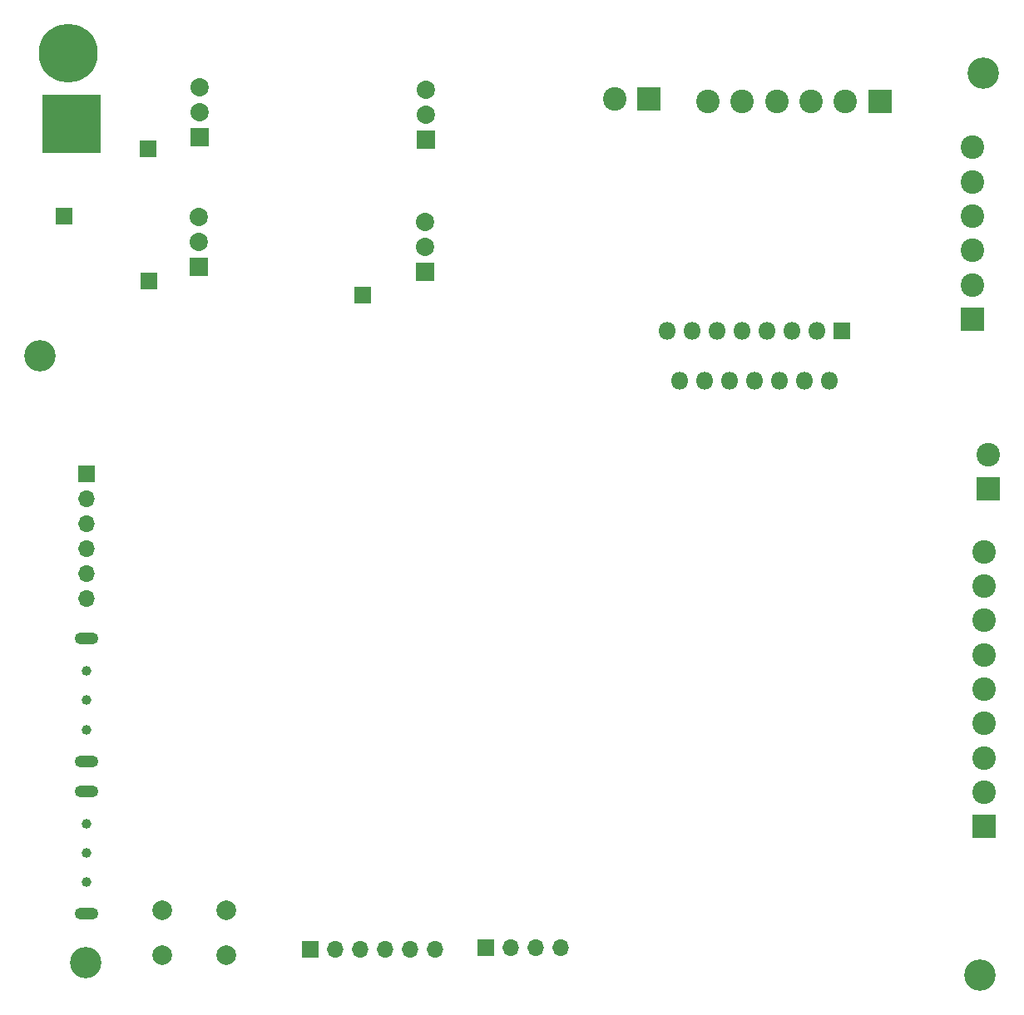
<source format=gbr>
%TF.GenerationSoftware,KiCad,Pcbnew,(7.0.0)*%
%TF.CreationDate,2023-04-07T04:20:21-05:00*%
%TF.ProjectId,finalproj,66696e61-6c70-4726-9f6a-2e6b69636164,rev?*%
%TF.SameCoordinates,Original*%
%TF.FileFunction,Soldermask,Bot*%
%TF.FilePolarity,Negative*%
%FSLAX46Y46*%
G04 Gerber Fmt 4.6, Leading zero omitted, Abs format (unit mm)*
G04 Created by KiCad (PCBNEW (7.0.0)) date 2023-04-07 04:20:21*
%MOMM*%
%LPD*%
G01*
G04 APERTURE LIST*
%ADD10R,1.700000X1.700000*%
%ADD11C,2.400000*%
%ADD12R,2.400000X2.400000*%
%ADD13O,1.700000X1.700000*%
%ADD14R,1.860000X1.860000*%
%ADD15C,1.860000*%
%ADD16C,3.200000*%
%ADD17O,2.416000X1.208000*%
%ADD18C,1.008000*%
%ADD19C,2.000000*%
%ADD20R,1.800000X1.800000*%
%ADD21O,1.800000X1.800000*%
%ADD22C,6.000000*%
%ADD23R,6.000000X6.000000*%
G04 APERTURE END LIST*
D10*
%TO.C,J3*%
X23367999Y-21462999D03*
%TD*%
%TO.C,J6*%
X14799999Y-28399999D03*
%TD*%
D11*
%TO.C,J10*%
X107250000Y-21349000D03*
X107250000Y-24849000D03*
X107250000Y-28349000D03*
X107250000Y-31849000D03*
X107250000Y-35349000D03*
D12*
X107249999Y-38848999D03*
%TD*%
D13*
%TO.C,J9*%
X65404999Y-102869999D03*
X62864999Y-102869999D03*
X60324999Y-102869999D03*
D10*
X57784999Y-102869999D03*
%TD*%
D14*
%TO.C,12V_IC*%
X51632499Y-20573999D03*
D15*
X51632500Y-18034000D03*
X51632500Y-15494000D03*
%TD*%
D16*
%TO.C,H2*%
X108400000Y-13800000D03*
%TD*%
D14*
%TO.C,5V*%
X28574999Y-33527999D03*
D15*
X28575000Y-30988000D03*
X28575000Y-28448000D03*
%TD*%
D17*
%TO.C,BOOT1*%
X17144999Y-99417999D03*
X17144999Y-86917999D03*
D18*
X17145000Y-96218000D03*
X17145000Y-93218000D03*
X17145000Y-90218000D03*
%TD*%
D10*
%TO.C,J1*%
X45199999Y-36399999D03*
%TD*%
D19*
%TO.C,SW3*%
X31369000Y-103596000D03*
X24869000Y-103596000D03*
X31369000Y-99096000D03*
X24869000Y-99096000D03*
%TD*%
D13*
%TO.C,J7*%
X52577999Y-102996999D03*
X50037999Y-102996999D03*
X47497999Y-102996999D03*
X44957999Y-102996999D03*
X42417999Y-102996999D03*
D10*
X39877999Y-102996999D03*
%TD*%
D20*
%TO.C,U5*%
X93984999Y-40064199D03*
D21*
X92714999Y-45144199D03*
X91444999Y-40064199D03*
X90174999Y-45144199D03*
X88904999Y-40064199D03*
X87634999Y-45144199D03*
X86364999Y-40064199D03*
X85094999Y-45144199D03*
X83824999Y-40064199D03*
X82554999Y-45144199D03*
X81284999Y-40064199D03*
X80014999Y-45144199D03*
X78744999Y-40064199D03*
X77474999Y-45144199D03*
X76204999Y-40064199D03*
%TD*%
D22*
%TO.C,POW1*%
X15295000Y-11800000D03*
D23*
X15599999Y-18999999D03*
%TD*%
D11*
%TO.C,POW3*%
X108900000Y-52650000D03*
D12*
X108899999Y-56149999D03*
%TD*%
D16*
%TO.C,H1*%
X12400000Y-42600000D03*
%TD*%
D14*
%TO.C,3.3V*%
X28645499Y-20319999D03*
D15*
X28645500Y-17780000D03*
X28645500Y-15240000D03*
%TD*%
D11*
%TO.C,POW2*%
X70894000Y-16448000D03*
D12*
X74393999Y-16447999D03*
%TD*%
D11*
%TO.C,J11*%
X80376000Y-16637000D03*
X83876000Y-16637000D03*
X87376000Y-16637000D03*
X90876000Y-16637000D03*
X94376000Y-16637000D03*
D12*
X97875999Y-16636999D03*
%TD*%
D14*
%TO.C,12V*%
X51561999Y-34035999D03*
D15*
X51562000Y-31496000D03*
X51562000Y-28956000D03*
%TD*%
D11*
%TO.C,J5*%
X108458000Y-62540000D03*
X108458000Y-66040000D03*
X108458000Y-69540000D03*
X108458000Y-73040000D03*
X108458000Y-76540000D03*
X108458000Y-80040000D03*
X108458000Y-83540000D03*
X108458000Y-87040000D03*
D12*
X108457999Y-90539999D03*
%TD*%
D16*
%TO.C,H3*%
X108077000Y-105664000D03*
%TD*%
D17*
%TO.C,BOOT0*%
X17144999Y-83875999D03*
X17144999Y-71375999D03*
D18*
X17145000Y-80676000D03*
X17145000Y-77676000D03*
X17145000Y-74676000D03*
%TD*%
D10*
%TO.C,J2*%
X23494999Y-34924999D03*
%TD*%
D13*
%TO.C,J4*%
X17144999Y-67309999D03*
X17144999Y-64769999D03*
X17144999Y-62229999D03*
X17144999Y-59689999D03*
X17144999Y-57149999D03*
D10*
X17144999Y-54609999D03*
%TD*%
D16*
%TO.C,H4*%
X17018000Y-104394000D03*
%TD*%
M02*

</source>
